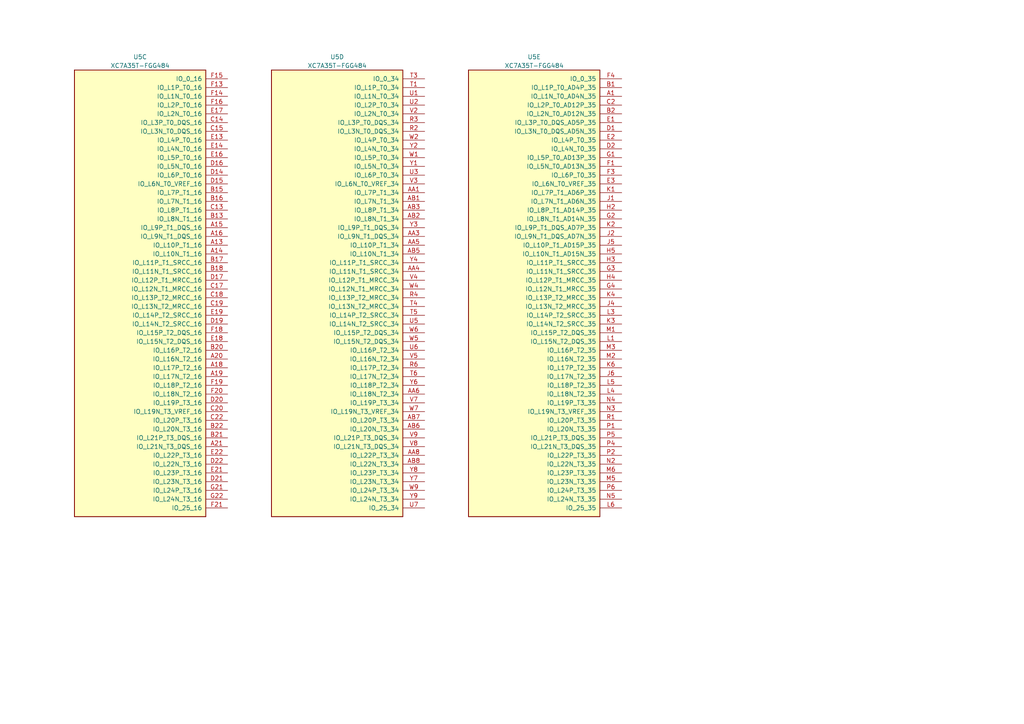
<source format=kicad_sch>
(kicad_sch (version 20250114) (generator "eeschema") (generator_version "9.0")
  (paper "A4")
  (title_block (title "RPi HwAB HAT+") (date "2025-08-23") (rev "01") (company "Andre S Winkel"))
  (lib_symbols
    (symbol "FPGA_Xilinx_Artix7:XC7A35T-FGG484" (pin_names (offset 1.016))
      (property "Reference" "U" (at -87.63 15.24 0))
      (property "Value" "XC7A35T-FGG484" (at -87.63 12.7 0))
      (symbol "XC7A35T-FGG484_1_1"
        (rectangle (start -19.05 64.77) (end 19.05 -64.77) (stroke (width 0.254)) (fill (type background)))
        (pin bidirectional line (at 25.4 62.23 180) (length 6.35) (name "IO_0_14") (number "P20"))
        (pin bidirectional line (at 25.4 59.69 180) (length 6.35) (name "IO_L1P_T0_D00_MOSI_14") (number "P22"))
        (pin bidirectional line (at 25.4 57.15 180) (length 6.35) (name "IO_L1N_T0_D01_DIN_14") (number "R22"))
        (pin bidirectional line (at 25.4 54.61 180) (length 6.35) (name "IO_L2P_T0_D02_14") (number "P21"))
        (pin bidirectional line (at 25.4 52.07 180) (length 6.35) (name "IO_L2N_T0_D03_14") (number "R21"))
        (pin bidirectional line (at 25.4 49.53 180) (length 6.35) (name "IO_L3P_T0_DQS_PUDC_B_14") (number "U22"))
        (pin bidirectional line (at 25.4 46.99 180) (length 6.35) (name "IO_L3N_T0_DQS_EMCCLK_14") (number "V22"))
        (pin bidirectional line (at 25.4 44.45 180) (length 6.35) (name "IO_L4P_T0_D04_14") (number "T21"))
        (pin bidirectional line (at 25.4 41.91 180) (length 6.35) (name "IO_L4N_T0_D05_14") (number "U21"))
        (pin bidirectional line (at 25.4 39.37 180) (length 6.35) (name "IO_L5P_T0_D06_14") (number "P19"))
        (pin bidirectional line (at 25.4 36.83 180) (length 6.35) (name "IO_L5N_T0_D07_14") (number "R19"))
        (pin bidirectional line (at 25.4 34.29 180) (length 6.35) (name "IO_L6P_T0_FCS_B_14") (number "T19"))
        (pin bidirectional line (at 25.4 31.75 180) (length 6.35) (name "IO_L6N_T0_D08_VREF_14") (number "T20"))
        (pin bidirectional line (at 25.4 29.21 180) (length 6.35) (name "IO_L7P_T1_D09_14") (number "W21"))
        (pin bidirectional line (at 25.4 26.67 180) (length 6.35) (name "IO_L7N_T1_D10_14") (number "W22"))
        (pin bidirectional line (at 25.4 24.13 180) (length 6.35) (name "IO_L8P_T1_D11_14") (number "AA20"))
        (pin bidirectional line (at 25.4 21.59 180) (length 6.35) (name "IO_L8N_T1_D12_14") (number "AA21"))
        (pin bidirectional line (at 25.4 19.05 180) (length 6.35) (name "IO_L9P_T1_DQS_14") (number "Y21"))
        (pin bidirectional line (at 25.4 16.51 180) (length 6.35) (name "IO_L9N_T1_DQS_D13_14") (number "Y22"))
        (pin bidirectional line (at 25.4 13.97 180) (length 6.35) (name "IO_L10P_T1_D14_14") (number "AB21"))
        (pin bidirectional line (at 25.4 11.43 180) (length 6.35) (name "IO_L10N_T1_D15_14") (number "AB22"))
        (pin bidirectional line (at 25.4 8.89 180) (length 6.35) (name "IO_L11P_T1_SRCC_14") (number "U20"))
        (pin bidirectional line (at 25.4 6.35 180) (length 6.35) (name "IO_L11N_T1_SRCC_14") (number "V20"))
        (pin bidirectional line (at 25.4 3.81 180) (length 6.35) (name "IO_L12P_T1_MRCC_14") (number "W19"))
        (pin bidirectional line (at 25.4 1.27 180) (length 6.35) (name "IO_L12N_T1_MRCC_14") (number "W20"))
        (pin bidirectional line (at 25.4 -1.27 180) (length 6.35) (name "IO_L13P_T2_MRCC_14") (number "Y18"))
        (pin bidirectional line (at 25.4 -3.81 180) (length 6.35) (name "IO_L13N_T2_MRCC_14") (number "Y19"))
        (pin bidirectional line (at 25.4 -6.35 180) (length 6.35) (name "IO_L14P_T2_SRCC_14") (number "V18"))
        (pin bidirectional line (at 25.4 -8.89 180) (length 6.35) (name "IO_L14N_T2_SRCC_14") (number "V19"))
        (pin bidirectional line (at 25.4 -11.43 180) (length 6.35) (name "IO_L15P_T2_DQS_RDWR_B_14") (number "AA19"))
        (pin bidirectional line (at 25.4 -13.97 180) (length 6.35) (name "IO_L15N_T2_DQS_DOUT_CSO_B_14") (number "AB20"))
        (pin bidirectional line (at 25.4 -16.51 180) (length 6.35) (name "IO_L16P_T2_CSI_B_14") (number "V17"))
        (pin bidirectional line (at 25.4 -19.05 180) (length 6.35) (name "IO_L16N_T2_A15_D31_14") (number "W17"))
        (pin bidirectional line (at 25.4 -21.59 180) (length 6.35) (name "IO_L17P_T2_A14_D30_14") (number "AA18"))
        (pin bidirectional line (at 25.4 -24.13 180) (length 6.35) (name "IO_L17N_T2_A13_D29_14") (number "AB18"))
        (pin bidirectional line (at 25.4 -26.67 180) (length 6.35) (name "IO_L18P_T2_A12_D28_14") (number "U17"))
        (pin bidirectional line (at 25.4 -29.21 180) (length 6.35) (name "IO_L18N_T2_A11_D27_14") (number "U18"))
        (pin bidirectional line (at 25.4 -31.75 180) (length 6.35) (name "IO_L19P_T3_A10_D26_14") (number "P14"))
        (pin bidirectional line (at 25.4 -34.29 180) (length 6.35) (name "IO_L19N_T3_A09_D25_VREF_14") (number "R14"))
        (pin bidirectional line (at 25.4 -36.83 180) (length 6.35) (name "IO_L20P_T3_A08_D24_14") (number "R18"))
        (pin bidirectional line (at 25.4 -39.37 180) (length 6.35) (name "IO_L20N_T3_A07_D23_14") (number "T18"))
        (pin bidirectional line (at 25.4 -41.91 180) (length 6.35) (name "IO_L21P_T3_DQS_14") (number "N17"))
        (pin bidirectional line (at 25.4 -44.45 180) (length 6.35) (name "IO_L21N_T3_DQS_A06_D22_14") (number "P17"))
        (pin bidirectional line (at 25.4 -46.99 180) (length 6.35) (name "IO_L22P_T3_A05_D21_14") (number "P15"))
        (pin bidirectional line (at 25.4 -49.53 180) (length 6.35) (name "IO_L22N_T3_A04_D20_14") (number "R16"))
        (pin bidirectional line (at 25.4 -52.07 180) (length 6.35) (name "IO_L23P_T3_A03_D19_14") (number "N13"))
        (pin bidirectional line (at 25.4 -54.61 180) (length 6.35) (name "IO_L23N_T3_A02_D18_14") (number "N14"))
        (pin bidirectional line (at 25.4 -57.15 180) (length 6.35) (name "IO_L24P_T3_A01_D17_14") (number "P16"))
        (pin bidirectional line (at 25.4 -59.69 180) (length 6.35) (name "IO_L24N_T3_A00_D16_14") (number "R17"))
        (pin bidirectional line (at 25.4 -62.23 180) (length 6.35) (name "IO_25_14") (number "N15"))
      )
      (symbol "XC7A35T-FGG484_2_1"
        (rectangle (start -19.05 64.77) (end 19.05 -64.77) (stroke (width 0.254)) (fill (type background)))
        (pin bidirectional line (at 25.4 62.23 180) (length 6.35) (name "IO_0_15") (number "J16"))
        (pin bidirectional line (at 25.4 59.69 180) (length 6.35) (name "IO_L1P_T0_AD0P_15") (number "H13"))
        (pin bidirectional line (at 25.4 57.15 180) (length 6.35) (name "IO_L1N_T0_AD0N_15") (number "G13"))
        (pin bidirectional line (at 25.4 54.61 180) (length 6.35) (name "IO_L2P_T0_AD8P_15") (number "G15"))
        (pin bidirectional line (at 25.4 52.07 180) (length 6.35) (name "IO_L2N_T0_AD8N_15") (number "G16"))
        (pin bidirectional line (at 25.4 49.53 180) (length 6.35) (name "IO_L3P_T0_DQS_AD1P_15") (number "J14"))
        (pin bidirectional line (at 25.4 46.99 180) (length 6.35) (name "IO_L3N_T0_DQS_AD1N_15") (number "H14"))
        (pin bidirectional line (at 25.4 44.45 180) (length 6.35) (name "IO_L4P_T0_15") (number "G17"))
        (pin bidirectional line (at 25.4 41.91 180) (length 6.35) (name "IO_L4N_T0_15") (number "G18"))
        (pin bidirectional line (at 25.4 39.37 180) (length 6.35) (name "IO_L5P_T0_AD9P_15") (number "J15"))
        (pin bidirectional line (at 25.4 36.83 180) (length 6.35) (name "IO_L5N_T0_AD9N_15") (number "H15"))
        (pin bidirectional line (at 25.4 34.29 180) (length 6.35) (name "IO_L6P_T0_15") (number "H17"))
        (pin bidirectional line (at 25.4 31.75 180) (length 6.35) (name "IO_L6N_T0_VREF_15") (number "H18"))
        (pin bidirectional line (at 25.4 29.21 180) (length 6.35) (name "IO_L7P_T1_AD2P_15") (number "J22"))
        (pin bidirectional line (at 25.4 26.67 180) (length 6.35) (name "IO_L7N_T1_AD2N_15") (number "H22"))
        (pin bidirectional line (at 25.4 24.13 180) (length 6.35) (name "IO_L8P_T1_AD10P_15") (number "H20"))
        (pin bidirectional line (at 25.4 21.59 180) (length 6.35) (name "IO_L8N_T1_AD10N_15") (number "G20"))
        (pin bidirectional line (at 25.4 19.05 180) (length 6.35) (name "IO_L9P_T1_DQS_AD3P_15") (number "K21"))
        (pin bidirectional line (at 25.4 16.51 180) (length 6.35) (name "IO_L9N_T1_DQS_AD3N_15") (number "K22"))
        (pin bidirectional line (at 25.4 13.97 180) (length 6.35) (name "IO_L10P_T1_AD11P_15") (number "M21"))
        (pin bidirectional line (at 25.4 11.43 180) (length 6.35) (name "IO_L10N_T1_AD11N_15") (number "L21"))
        (pin bidirectional line (at 25.4 8.89 180) (length 6.35) (name "IO_L11P_T1_SRCC_15") (number "J20"))
        (pin bidirectional line (at 25.4 6.35 180) (length 6.35) (name "IO_L11N_T1_SRCC_15") (number "J21"))
        (pin bidirectional line (at 25.4 3.81 180) (length 6.35) (name "IO_L12P_T1_MRCC_15") (number "J19"))
        (pin bidirectional line (at 25.4 1.27 180) (length 6.35) (name "IO_L12N_T1_MRCC_15") (number "H19"))
        (pin bidirectional line (at 25.4 -1.27 180) (length 6.35) (name "IO_L13P_T2_MRCC_15") (number "K18"))
        (pin bidirectional line (at 25.4 -3.81 180) (length 6.35) (name "IO_L13N_T2_MRCC_15") (number "K19"))
        (pin bidirectional line (at 25.4 -6.35 180) (length 6.35) (name "IO_L14P_T2_SRCC_15") (number "L19"))
        (pin bidirectional line (at 25.4 -8.89 180) (length 6.35) (name "IO_L14N_T2_SRCC_15") (number "L20"))
        (pin bidirectional line (at 25.4 -11.43 180) (length 6.35) (name "IO_L15P_T2_DQS_15") (number "N22"))
        (pin bidirectional line (at 25.4 -13.97 180) (length 6.35) (name "IO_L15N_T2_DQS_ADV_B_15") (number "M22"))
        (pin bidirectional line (at 25.4 -16.51 180) (length 6.35) (name "IO_L16P_T2_A28_15") (number "M18"))
        (pin bidirectional line (at 25.4 -19.05 180) (length 6.35) (name "IO_L16N_T2_A27_15") (number "L18"))
        (pin bidirectional line (at 25.4 -21.59 180) (length 6.35) (name "IO_L17P_T2_A26_15") (number "N18"))
        (pin bidirectional line (at 25.4 -24.13 180) (length 6.35) (name "IO_L17N_T2_A25_15") (number "N19"))
        (pin bidirectional line (at 25.4 -26.67 180) (length 6.35) (name "IO_L18P_T2_A24_15") (number "N20"))
        (pin bidirectional line (at 25.4 -29.21 180) (length 6.35) (name "IO_L18N_T2_A23_15") (number "M20"))
        (pin bidirectional line (at 25.4 -31.75 180) (length 6.35) (name "IO_L19P_T3_A22_15") (number "K13"))
        (pin bidirectional line (at 25.4 -34.29 180) (length 6.35) (name "IO_L19N_T3_A21_VREF_15") (number "K14"))
        (pin bidirectional line (at 25.4 -36.83 180) (length 6.35) (name "IO_L20P_T3_A20_15") (number "M13"))
        (pin bidirectional line (at 25.4 -39.37 180) (length 6.35) (name "IO_L20N_T3_A19_15") (number "L13"))
        (pin bidirectional line (at 25.4 -41.91 180) (length 6.35) (name "IO_L21P_T3_DQS_15") (number "K17"))
        (pin bidirectional line (at 25.4 -44.45 180) (length 6.35) (name "IO_L21N_T3_DQS_A18_15") (number "J17"))
        (pin bidirectional line (at 25.4 -46.99 180) (length 6.35) (name "IO_L22P_T3_A17_15") (number "L14"))
        (pin bidirectional line (at 25.4 -49.53 180) (length 6.35) (name "IO_L22N_T3_A16_15") (number "L15"))
        (pin bidirectional line (at 25.4 -52.07 180) (length 6.35) (name "IO_L23P_T3_FOE_B_15") (number "L16"))
        (pin bidirectional line (at 25.4 -54.61 180) (length 6.35) (name "IO_L23N_T3_FWE_B_15") (number "K16"))
        (pin bidirectional line (at 25.4 -57.15 180) (length 6.35) (name "IO_L24P_T3_RS1_15") (number "M15"))
        (pin bidirectional line (at 25.4 -59.69 180) (length 6.35) (name "IO_L24N_T3_RS0_15") (number "M16"))
        (pin bidirectional line (at 25.4 -62.23 180) (length 6.35) (name "IO_25_15") (number "M17"))
      )
      (symbol "XC7A35T-FGG484_3_1"
        (rectangle (start -19.05 64.77) (end 19.05 -64.77) (stroke (width 0.254)) (fill (type background)))
        (pin bidirectional line (at 25.4 62.23 180) (length 6.35) (name "IO_0_16") (number "F15"))
        (pin bidirectional line (at 25.4 59.69 180) (length 6.35) (name "IO_L1P_T0_16") (number "F13"))
        (pin bidirectional line (at 25.4 57.15 180) (length 6.35) (name "IO_L1N_T0_16") (number "F14"))
        (pin bidirectional line (at 25.4 54.61 180) (length 6.35) (name "IO_L2P_T0_16") (number "F16"))
        (pin bidirectional line (at 25.4 52.07 180) (length 6.35) (name "IO_L2N_T0_16") (number "E17"))
        (pin bidirectional line (at 25.4 49.53 180) (length 6.35) (name "IO_L3P_T0_DQS_16") (number "C14"))
        (pin bidirectional line (at 25.4 46.99 180) (length 6.35) (name "IO_L3N_T0_DQS_16") (number "C15"))
        (pin bidirectional line (at 25.4 44.45 180) (length 6.35) (name "IO_L4P_T0_16") (number "E13"))
        (pin bidirectional line (at 25.4 41.91 180) (length 6.35) (name "IO_L4N_T0_16") (number "E14"))
        (pin bidirectional line (at 25.4 39.37 180) (length 6.35) (name "IO_L5P_T0_16") (number "E16"))
        (pin bidirectional line (at 25.4 36.83 180) (length 6.35) (name "IO_L5N_T0_16") (number "D16"))
        (pin bidirectional line (at 25.4 34.29 180) (length 6.35) (name "IO_L6P_T0_16") (number "D14"))
        (pin bidirectional line (at 25.4 31.75 180) (length 6.35) (name "IO_L6N_T0_VREF_16") (number "D15"))
        (pin bidirectional line (at 25.4 29.21 180) (length 6.35) (name "IO_L7P_T1_16") (number "B15"))
        (pin bidirectional line (at 25.4 26.67 180) (length 6.35) (name "IO_L7N_T1_16") (number "B16"))
        (pin bidirectional line (at 25.4 24.13 180) (length 6.35) (name "IO_L8P_T1_16") (number "C13"))
        (pin bidirectional line (at 25.4 21.59 180) (length 6.35) (name "IO_L8N_T1_16") (number "B13"))
        (pin bidirectional line (at 25.4 19.05 180) (length 6.35) (name "IO_L9P_T1_DQS_16") (number "A15"))
        (pin bidirectional line (at 25.4 16.51 180) (length 6.35) (name "IO_L9N_T1_DQS_16") (number "A16"))
        (pin bidirectional line (at 25.4 13.97 180) (length 6.35) (name "IO_L10P_T1_16") (number "A13"))
        (pin bidirectional line (at 25.4 11.43 180) (length 6.35) (name "IO_L10N_T1_16") (number "A14"))
        (pin bidirectional line (at 25.4 8.89 180) (length 6.35) (name "IO_L11P_T1_SRCC_16") (number "B17"))
        (pin bidirectional line (at 25.4 6.35 180) (length 6.35) (name "IO_L11N_T1_SRCC_16") (number "B18"))
        (pin bidirectional line (at 25.4 3.81 180) (length 6.35) (name "IO_L12P_T1_MRCC_16") (number "D17"))
        (pin bidirectional line (at 25.4 1.27 180) (length 6.35) (name "IO_L12N_T1_MRCC_16") (number "C17"))
        (pin bidirectional line (at 25.4 -1.27 180) (length 6.35) (name "IO_L13P_T2_MRCC_16") (number "C18"))
        (pin bidirectional line (at 25.4 -3.81 180) (length 6.35) (name "IO_L13N_T2_MRCC_16") (number "C19"))
        (pin bidirectional line (at 25.4 -6.35 180) (length 6.35) (name "IO_L14P_T2_SRCC_16") (number "E19"))
        (pin bidirectional line (at 25.4 -8.89 180) (length 6.35) (name "IO_L14N_T2_SRCC_16") (number "D19"))
        (pin bidirectional line (at 25.4 -11.43 180) (length 6.35) (name "IO_L15P_T2_DQS_16") (number "F18"))
        (pin bidirectional line (at 25.4 -13.97 180) (length 6.35) (name "IO_L15N_T2_DQS_16") (number "E18"))
        (pin bidirectional line (at 25.4 -16.51 180) (length 6.35) (name "IO_L16P_T2_16") (number "B20"))
        (pin bidirectional line (at 25.4 -19.05 180) (length 6.35) (name "IO_L16N_T2_16") (number "A20"))
        (pin bidirectional line (at 25.4 -21.59 180) (length 6.35) (name "IO_L17P_T2_16") (number "A18"))
        (pin bidirectional line (at 25.4 -24.13 180) (length 6.35) (name "IO_L17N_T2_16") (number "A19"))
        (pin bidirectional line (at 25.4 -26.67 180) (length 6.35) (name "IO_L18P_T2_16") (number "F19"))
        (pin bidirectional line (at 25.4 -29.21 180) (length 6.35) (name "IO_L18N_T2_16") (number "F20"))
        (pin bidirectional line (at 25.4 -31.75 180) (length 6.35) (name "IO_L19P_T3_16") (number "D20"))
        (pin bidirectional line (at 25.4 -34.29 180) (length 6.35) (name "IO_L19N_T3_VREF_16") (number "C20"))
        (pin bidirectional line (at 25.4 -36.83 180) (length 6.35) (name "IO_L20P_T3_16") (number "C22"))
        (pin bidirectional line (at 25.4 -39.37 180) (length 6.35) (name "IO_L20N_T3_16") (number "B22"))
        (pin bidirectional line (at 25.4 -41.91 180) (length 6.35) (name "IO_L21P_T3_DQS_16") (number "B21"))
        (pin bidirectional line (at 25.4 -44.45 180) (length 6.35) (name "IO_L21N_T3_DQS_16") (number "A21"))
        (pin bidirectional line (at 25.4 -46.99 180) (length 6.35) (name "IO_L22P_T3_16") (number "E22"))
        (pin bidirectional line (at 25.4 -49.53 180) (length 6.35) (name "IO_L22N_T3_16") (number "D22"))
        (pin bidirectional line (at 25.4 -52.07 180) (length 6.35) (name "IO_L23P_T3_16") (number "E21"))
        (pin bidirectional line (at 25.4 -54.61 180) (length 6.35) (name "IO_L23N_T3_16") (number "D21"))
        (pin bidirectional line (at 25.4 -57.15 180) (length 6.35) (name "IO_L24P_T3_16") (number "G21"))
        (pin bidirectional line (at 25.4 -59.69 180) (length 6.35) (name "IO_L24N_T3_16") (number "G22"))
        (pin bidirectional line (at 25.4 -62.23 180) (length 6.35) (name "IO_25_16") (number "F21"))
      )
      (symbol "XC7A35T-FGG484_4_1"
        (rectangle (start -19.05 64.77) (end 19.05 -64.77) (stroke (width 0.254)) (fill (type background)))
        (pin bidirectional line (at 25.4 62.23 180) (length 6.35) (name "IO_0_34") (number "T3"))
        (pin bidirectional line (at 25.4 59.69 180) (length 6.35) (name "IO_L1P_T0_34") (number "T1"))
        (pin bidirectional line (at 25.4 57.15 180) (length 6.35) (name "IO_L1N_T0_34") (number "U1"))
        (pin bidirectional line (at 25.4 54.61 180) (length 6.35) (name "IO_L2P_T0_34") (number "U2"))
        (pin bidirectional line (at 25.4 52.07 180) (length 6.35) (name "IO_L2N_T0_34") (number "V2"))
        (pin bidirectional line (at 25.4 49.53 180) (length 6.35) (name "IO_L3P_T0_DQS_34") (number "R3"))
        (pin bidirectional line (at 25.4 46.99 180) (length 6.35) (name "IO_L3N_T0_DQS_34") (number "R2"))
        (pin bidirectional line (at 25.4 44.45 180) (length 6.35) (name "IO_L4P_T0_34") (number "W2"))
        (pin bidirectional line (at 25.4 41.91 180) (length 6.35) (name "IO_L4N_T0_34") (number "Y2"))
        (pin bidirectional line (at 25.4 39.37 180) (length 6.35) (name "IO_L5P_T0_34") (number "W1"))
        (pin bidirectional line (at 25.4 36.83 180) (length 6.35) (name "IO_L5N_T0_34") (number "Y1"))
        (pin bidirectional line (at 25.4 34.29 180) (length 6.35) (name "IO_L6P_T0_34") (number "U3"))
        (pin bidirectional line (at 25.4 31.75 180) (length 6.35) (name "IO_L6N_T0_VREF_34") (number "V3"))
        (pin bidirectional line (at 25.4 29.21 180) (length 6.35) (name "IO_L7P_T1_34") (number "AA1"))
        (pin bidirectional line (at 25.4 26.67 180) (length 6.35) (name "IO_L7N_T1_34") (number "AB1"))
        (pin bidirectional line (at 25.4 24.13 180) (length 6.35) (name "IO_L8P_T1_34") (number "AB3"))
        (pin bidirectional line (at 25.4 21.59 180) (length 6.35) (name "IO_L8N_T1_34") (number "AB2"))
        (pin bidirectional line (at 25.4 19.05 180) (length 6.35) (name "IO_L9P_T1_DQS_34") (number "Y3"))
        (pin bidirectional line (at 25.4 16.51 180) (length 6.35) (name "IO_L9N_T1_DQS_34") (number "AA3"))
        (pin bidirectional line (at 25.4 13.97 180) (length 6.35) (name "IO_L10P_T1_34") (number "AA5"))
        (pin bidirectional line (at 25.4 11.43 180) (length 6.35) (name "IO_L10N_T1_34") (number "AB5"))
        (pin bidirectional line (at 25.4 8.89 180) (length 6.35) (name "IO_L11P_T1_SRCC_34") (number "Y4"))
        (pin bidirectional line (at 25.4 6.35 180) (length 6.35) (name "IO_L11N_T1_SRCC_34") (number "AA4"))
        (pin bidirectional line (at 25.4 3.81 180) (length 6.35) (name "IO_L12P_T1_MRCC_34") (number "V4"))
        (pin bidirectional line (at 25.4 1.27 180) (length 6.35) (name "IO_L12N_T1_MRCC_34") (number "W4"))
        (pin bidirectional line (at 25.4 -1.27 180) (length 6.35) (name "IO_L13P_T2_MRCC_34") (number "R4"))
        (pin bidirectional line (at 25.4 -3.81 180) (length 6.35) (name "IO_L13N_T2_MRCC_34") (number "T4"))
        (pin bidirectional line (at 25.4 -6.35 180) (length 6.35) (name "IO_L14P_T2_SRCC_34") (number "T5"))
        (pin bidirectional line (at 25.4 -8.89 180) (length 6.35) (name "IO_L14N_T2_SRCC_34") (number "U5"))
        (pin bidirectional line (at 25.4 -11.43 180) (length 6.35) (name "IO_L15P_T2_DQS_34") (number "W6"))
        (pin bidirectional line (at 25.4 -13.97 180) (length 6.35) (name "IO_L15N_T2_DQS_34") (number "W5"))
        (pin bidirectional line (at 25.4 -16.51 180) (length 6.35) (name "IO_L16P_T2_34") (number "U6"))
        (pin bidirectional line (at 25.4 -19.05 180) (length 6.35) (name "IO_L16N_T2_34") (number "V5"))
        (pin bidirectional line (at 25.4 -21.59 180) (length 6.35) (name "IO_L17P_T2_34") (number "R6"))
        (pin bidirectional line (at 25.4 -24.13 180) (length 6.35) (name "IO_L17N_T2_34") (number "T6"))
        (pin bidirectional line (at 25.4 -26.67 180) (length 6.35) (name "IO_L18P_T2_34") (number "Y6"))
        (pin bidirectional line (at 25.4 -29.21 180) (length 6.35) (name "IO_L18N_T2_34") (number "AA6"))
        (pin bidirectional line (at 25.4 -31.75 180) (length 6.35) (name "IO_L19P_T3_34") (number "V7"))
        (pin bidirectional line (at 25.4 -34.29 180) (length 6.35) (name "IO_L19N_T3_VREF_34") (number "W7"))
        (pin bidirectional line (at 25.4 -36.83 180) (length 6.35) (name "IO_L20P_T3_34") (number "AB7"))
        (pin bidirectional line (at 25.4 -39.37 180) (length 6.35) (name "IO_L20N_T3_34") (number "AB6"))
        (pin bidirectional line (at 25.4 -41.91 180) (length 6.35) (name "IO_L21P_T3_DQS_34") (number "V9"))
        (pin bidirectional line (at 25.4 -44.45 180) (length 6.35) (name "IO_L21N_T3_DQS_34") (number "V8"))
        (pin bidirectional line (at 25.4 -46.99 180) (length 6.35) (name "IO_L22P_T3_34") (number "AA8"))
        (pin bidirectional line (at 25.4 -49.53 180) (length 6.35) (name "IO_L22N_T3_34") (number "AB8"))
        (pin bidirectional line (at 25.4 -52.07 180) (length 6.35) (name "IO_L23P_T3_34") (number "Y8"))
        (pin bidirectional line (at 25.4 -54.61 180) (length 6.35) (name "IO_L23N_T3_34") (number "Y7"))
        (pin bidirectional line (at 25.4 -57.15 180) (length 6.35) (name "IO_L24P_T3_34") (number "W9"))
        (pin bidirectional line (at 25.4 -59.69 180) (length 6.35) (name "IO_L24N_T3_34") (number "Y9"))
        (pin bidirectional line (at 25.4 -62.23 180) (length 6.35) (name "IO_25_34") (number "U7"))
      )
      (symbol "XC7A35T-FGG484_5_1"
        (rectangle (start -19.05 64.77) (end 19.05 -64.77) (stroke (width 0.254)) (fill (type background)))
        (pin bidirectional line (at 25.4 62.23 180) (length 6.35) (name "IO_0_35") (number "F4"))
        (pin bidirectional line (at 25.4 59.69 180) (length 6.35) (name "IO_L1P_T0_AD4P_35") (number "B1"))
        (pin bidirectional line (at 25.4 57.15 180) (length 6.35) (name "IO_L1N_T0_AD4N_35") (number "A1"))
        (pin bidirectional line (at 25.4 54.61 180) (length 6.35) (name "IO_L2P_T0_AD12P_35") (number "C2"))
        (pin bidirectional line (at 25.4 52.07 180) (length 6.35) (name "IO_L2N_T0_AD12N_35") (number "B2"))
        (pin bidirectional line (at 25.4 49.53 180) (length 6.35) (name "IO_L3P_T0_DQS_AD5P_35") (number "E1"))
        (pin bidirectional line (at 25.4 46.99 180) (length 6.35) (name "IO_L3N_T0_DQS_AD5N_35") (number "D1"))
        (pin bidirectional line (at 25.4 44.45 180) (length 6.35) (name "IO_L4P_T0_35") (number "E2"))
        (pin bidirectional line (at 25.4 41.91 180) (length 6.35) (name "IO_L4N_T0_35") (number "D2"))
        (pin bidirectional line (at 25.4 39.37 180) (length 6.35) (name "IO_L5P_T0_AD13P_35") (number "G1"))
        (pin bidirectional line (at 25.4 36.83 180) (length 6.35) (name "IO_L5N_T0_AD13N_35") (number "F1"))
        (pin bidirectional line (at 25.4 34.29 180) (length 6.35) (name "IO_L6P_T0_35") (number "F3"))
        (pin bidirectional line (at 25.4 31.75 180) (length 6.35) (name "IO_L6N_T0_VREF_35") (number "E3"))
        (pin bidirectional line (at 25.4 29.21 180) (length 6.35) (name "IO_L7P_T1_AD6P_35") (number "K1"))
        (pin bidirectional line (at 25.4 26.67 180) (length 6.35) (name "IO_L7N_T1_AD6N_35") (number "J1"))
        (pin bidirectional line (at 25.4 24.13 180) (length 6.35) (name "IO_L8P_T1_AD14P_35") (number "H2"))
        (pin bidirectional line (at 25.4 21.59 180) (length 6.35) (name "IO_L8N_T1_AD14N_35") (number "G2"))
        (pin bidirectional line (at 25.4 19.05 180) (length 6.35) (name "IO_L9P_T1_DQS_AD7P_35") (number "K2"))
        (pin bidirectional line (at 25.4 16.51 180) (length 6.35) (name "IO_L9N_T1_DQS_AD7N_35") (number "J2"))
        (pin bidirectional line (at 25.4 13.97 180) (length 6.35) (name "IO_L10P_T1_AD15P_35") (number "J5"))
        (pin bidirectional line (at 25.4 11.43 180) (length 6.35) (name "IO_L10N_T1_AD15N_35") (number "H5"))
        (pin bidirectional line (at 25.4 8.89 180) (length 6.35) (name "IO_L11P_T1_SRCC_35") (number "H3"))
        (pin bidirectional line (at 25.4 6.35 180) (length 6.35) (name "IO_L11N_T1_SRCC_35") (number "G3"))
        (pin bidirectional line (at 25.4 3.81 180) (length 6.35) (name "IO_L12P_T1_MRCC_35") (number "H4"))
        (pin bidirectional line (at 25.4 1.27 180) (length 6.35) (name "IO_L12N_T1_MRCC_35") (number "G4"))
        (pin bidirectional line (at 25.4 -1.27 180) (length 6.35) (name "IO_L13P_T2_MRCC_35") (number "K4"))
        (pin bidirectional line (at 25.4 -3.81 180) (length 6.35) (name "IO_L13N_T2_MRCC_35") (number "J4"))
        (pin bidirectional line (at 25.4 -6.35 180) (length 6.35) (name "IO_L14P_T2_SRCC_35") (number "L3"))
        (pin bidirectional line (at 25.4 -8.89 180) (length 6.35) (name "IO_L14N_T2_SRCC_35") (number "K3"))
        (pin bidirectional line (at 25.4 -11.43 180) (length 6.35) (name "IO_L15P_T2_DQS_35") (number "M1"))
        (pin bidirectional line (at 25.4 -13.97 180) (length 6.35) (name "IO_L15N_T2_DQS_35") (number "L1"))
        (pin bidirectional line (at 25.4 -16.51 180) (length 6.35) (name "IO_L16P_T2_35") (number "M3"))
        (pin bidirectional line (at 25.4 -19.05 180) (length 6.35) (name "IO_L16N_T2_35") (number "M2"))
        (pin bidirectional line (at 25.4 -21.59 180) (length 6.35) (name "IO_L17P_T2_35") (number "K6"))
        (pin bidirectional line (at 25.4 -24.13 180) (length 6.35) (name "IO_L17N_T2_35") (number "J6"))
        (pin bidirectional line (at 25.4 -26.67 180) (length 6.35) (name "IO_L18P_T2_35") (number "L5"))
        (pin bidirectional line (at 25.4 -29.21 180) (length 6.35) (name "IO_L18N_T2_35") (number "L4"))
        (pin bidirectional line (at 25.4 -31.75 180) (length 6.35) (name "IO_L19P_T3_35") (number "N4"))
        (pin bidirectional line (at 25.4 -34.29 180) (length 6.35) (name "IO_L19N_T3_VREF_35") (number "N3"))
        (pin bidirectional line (at 25.4 -36.83 180) (length 6.35) (name "IO_L20P_T3_35") (number "R1"))
        (pin bidirectional line (at 25.4 -39.37 180) (length 6.35) (name "IO_L20N_T3_35") (number "P1"))
        (pin bidirectional line (at 25.4 -41.91 180) (length 6.35) (name "IO_L21P_T3_DQS_35") (number "P5"))
        (pin bidirectional line (at 25.4 -44.45 180) (length 6.35) (name "IO_L21N_T3_DQS_35") (number "P4"))
        (pin bidirectional line (at 25.4 -46.99 180) (length 6.35) (name "IO_L22P_T3_35") (number "P2"))
        (pin bidirectional line (at 25.4 -49.53 180) (length 6.35) (name "IO_L22N_T3_35") (number "N2"))
        (pin bidirectional line (at 25.4 -52.07 180) (length 6.35) (name "IO_L23P_T3_35") (number "M6"))
        (pin bidirectional line (at 25.4 -54.61 180) (length 6.35) (name "IO_L23N_T3_35") (number "M5"))
        (pin bidirectional line (at 25.4 -57.15 180) (length 6.35) (name "IO_L24P_T3_35") (number "P6"))
        (pin bidirectional line (at 25.4 -59.69 180) (length 6.35) (name "IO_L24N_T3_35") (number "N5"))
        (pin bidirectional line (at 25.4 -62.23 180) (length 6.35) (name "IO_25_35") (number "L6"))
      )
      (symbol "XC7A35T-FGG484_6_1"
        (rectangle (start -12.7 29.21) (end 12.7 -29.21) (stroke (width 0.254)) (fill (type background)))
        (pin bidirectional line (at 19.05 26.67 180) (length 6.35) (name "MGTPTXP0_216") (number "B4"))
        (pin bidirectional line (at 19.05 24.13 180) (length 6.35) (name "MGTPTXN0_216") (number "A4"))
        (pin bidirectional line (at 19.05 21.59 180) (length 6.35) (name "MGTPTXP1_216") (number "D5"))
        (pin bidirectional line (at 19.05 19.05 180) (length 6.35) (name "MGTPTXN1_216") (number "C5"))
        (pin bidirectional line (at 19.05 16.51 180) (length 6.35) (name "MGTPTXP2_216") (number "B6"))
        (pin bidirectional line (at 19.05 13.97 180) (length 6.35) (name "MGTPTXN2_216") (number "A6"))
        (pin bidirectional line (at 19.05 11.43 180) (length 6.35) (name "MGTPTXP3_216") (number "D7"))
        (pin bidirectional line (at 19.05 8.89 180) (length 6.35) (name "MGTPTXN3_216") (number "C7"))
        (pin bidirectional line (at 19.05 3.81 180) (length 6.35) (name "MGTPRXP0_216") (number "B8"))
        (pin bidirectional line (at 19.05 1.27 180) (length 6.35) (name "MGTPRXN0_216") (number "A8"))
        (pin bidirectional line (at 19.05 -1.27 180) (length 6.35) (name "MGTPRXP1_216") (number "D11"))
        (pin bidirectional line (at 19.05 -3.81 180) (length 6.35) (name "MGTPRXN1_216") (number "C11"))
        (pin bidirectional line (at 19.05 -6.35 180) (length 6.35) (name "MGTPRXP2_216") (number "B10"))
        (pin bidirectional line (at 19.05 -8.89 180) (length 6.35) (name "MGTPRXN2_216") (number "A10"))
        (pin bidirectional line (at 19.05 -11.43 180) (length 6.35) (name "MGTPRXP3_216") (number "D9"))
        (pin bidirectional line (at 19.05 -13.97 180) (length 6.35) (name "MGTPRXN3_216") (number "C9"))
        (pin bidirectional line (at 19.05 -19.05 180) (length 6.35) (name "MGTREFCLK0P_216") (number "F6"))
        (pin bidirectional line (at 19.05 -21.59 180) (length 6.35) (name "MGTREFCLK0N_216") (number "E6"))
        (pin bidirectional line (at 19.05 -24.13 180) (length 6.35) (name "MGTREFCLK1P_216") (number "F10"))
        (pin bidirectional line (at 19.05 -26.67 180) (length 6.35) (name "MGTREFCLK1N_216") (number "E10"))
      )
      (symbol "XC7A35T-FGG484_7_1"
        (rectangle (start -13.97 11.43) (end 13.97 -11.43) (stroke (width 0.254)) (fill (type background)))
        (pin power_in line (at -20.32 8.89 0) (length 6.35) (name "MGTAVCC") (number "D6"))
        (pin power_in line (at -20.32 6.35 0) (length 6.35) (name "MGTAVCC") (number "D10"))
        (pin power_in line (at -20.32 3.81 0) (length 6.35) (name "MGTAVCC") (number "F7"))
        (pin power_in line (at -20.32 1.27 0) (length 6.35) (name "MGTAVCC") (number "F9"))
        (pin power_in line (at -20.32 -1.27 0) (length 6.35) (name "MGTAVCC") (number "E8"))
        (pin power_in line (at 20.32 8.89 180) (length 6.35) (name "MGTAVTT") (number "B5"))
        (pin power_in line (at 20.32 6.35 180) (length 6.35) (name "MGTAVTT") (number "B7"))
        (pin power_in line (at 20.32 3.81 180) (length 6.35) (name "MGTAVTT") (number "B9"))
        (pin power_in line (at 20.32 1.27 180) (length 6.35) (name "MGTAVTT") (number "B11"))
        (pin power_in line (at 20.32 -1.27 180) (length 6.35) (name "MGTAVTT") (number "C4"))
        (pin power_in line (at 20.32 -3.81 180) (length 6.35) (name "MGTAVTT") (number "C8"))
        (pin power_in line (at 20.32 -8.89 180) (length 6.35) (name "MGTRREF_216") (number "F8"))
      )
      (symbol "XC7A35T-FGG484_8_1"
        (rectangle (start -10.16 31.75) (end 10.16 -31.75) (stroke (width 0.254)) (fill (type background)))
        (pin bidirectional line (at 16.51 29.21 180) (length 6.35) (name "TDI_0") (number "R13"))
        (pin bidirectional line (at 16.51 26.67 180) (length 6.35) (name "TDO_0") (number "U13"))
        (pin bidirectional line (at 16.51 24.13 180) (length 6.35) (name "TMS_0") (number "T13"))
        (pin bidirectional line (at 16.51 21.59 180) (length 6.35) (name "TCK_0") (number "V12"))
        (pin bidirectional line (at 16.51 16.51 180) (length 6.35) (name "CCLK_0") (number "L12"))
        (pin bidirectional line (at 16.51 13.97 180) (length 6.35) (name "M0_0") (number "U11"))
        (pin bidirectional line (at 16.51 11.43 180) (length 6.35) (name "M1_0") (number "U10"))
        (pin bidirectional line (at 16.51 8.89 180) (length 6.35) (name "M2_0") (number "U9"))
        (pin bidirectional line (at 16.51 3.81 180) (length 6.35) (name "DONE_0") (number "G11"))
        (pin bidirectional line (at 16.51 1.27 180) (length 6.35) (name "INIT_B_0") (number "U12"))
        (pin bidirectional line (at 16.51 -1.27 180) (length 6.35) (name "PROGRAM_B_0") (number "N12"))
        (pin bidirectional line (at 16.51 -6.35 180) (length 6.35) (name "CFGBVS_0") (number "U8"))
        (pin bidirectional line (at 16.51 -11.43 180) (length 6.35) (name "VP_0") (number "L10"))
        (pin bidirectional line (at 16.51 -13.97 180) (length 6.35) (name "VN_0") (number "M9"))
        (pin bidirectional line (at 16.51 -19.05 180) (length 6.35) (name "VREFP_0") (number "M10"))
        (pin bidirectional line (at 16.51 -21.59 180) (length 6.35) (name "VREFN_0") (number "L9"))
        (pin bidirectional line (at 16.51 -26.67 180) (length 6.35) (name "DXP_0") (number "N10"))
        (pin bidirectional line (at 16.51 -29.21 180) (length 6.35) (name "DXN_0") (number "N9"))
      )
      (symbol "XC7A35T-FGG484_9_1"
        (rectangle (start -19.05 76.2) (end 19.05 -76.2) (stroke (width 0.254)) (fill (type background)))
        (pin power_in line (at -25.4 73.66 0) (length 6.35) (name "VCCAUX") (number "H12"))
        (pin power_in line (at -25.4 71.12 0) (length 6.35) (name "VCCAUX") (number "K12"))
        (pin power_in line (at -25.4 68.58 0) (length 6.35) (name "VCCAUX") (number "M12"))
        (pin power_in line (at -25.4 66.04 0) (length 6.35) (name "VCCAUX") (number "P12"))
        (pin power_in line (at -25.4 63.5 0) (length 6.35) (name "VCCAUX") (number "R11"))
        (pin power_in line (at -25.4 58.42 0) (length 6.35) (name "GNDADC_0") (number "K9"))
        (pin power_in line (at -25.4 55.88 0) (length 6.35) (name "VCCADC_0") (number "K10"))
        (pin power_in line (at -25.4 53.34 0) (length 6.35) (name "VCCBATT_0") (number "E12"))
        (pin power_in line (at -25.4 50.8 0) (length 6.35) (name "VCCBRAM") (number "J11"))
        (pin power_in line (at -25.4 48.26 0) (length 6.35) (name "VCCBRAM") (number "L11"))
        (pin power_in line (at -25.4 45.72 0) (length 6.35) (name "VCCBRAM") (number "N11"))
        (pin power_in line (at -25.4 35.56 0) (length 6.35) (name "GND") (number "A2"))
        (pin power_in line (at -25.4 33.02 0) (length 6.35) (name "GND") (number "A3"))
        (pin power_in line (at -25.4 30.48 0) (length 6.35) (name "GND") (number "A5"))
        (pin power_in line (at -25.4 27.94 0) (length 6.35) (name "GND") (number "A7"))
        (pin power_in line (at -25.4 25.4 0) (length 6.35) (name "GND") (number "A9"))
        (pin power_in line (at -25.4 22.86 0) (length 6.35) (name "GND") (number "A11"))
        (pin power_in line (at -25.4 20.32 0) (length 6.35) (name "GND") (number "A12"))
        (pin power_in line (at -25.4 17.78 0) (length 6.35) (name "GND") (number "A22"))
        (pin power_in line (at -25.4 15.24 0) (length 6.35) (name "GND") (number "B3"))
        (pin power_in line (at -25.4 12.7 0) (length 6.35) (name "GND") (number "B12"))
        (pin power_in line (at -25.4 10.16 0) (length 6.35) (name "GND") (number "B19"))
        (pin power_in line (at -25.4 7.62 0) (length 6.35) (name "GND") (number "C3"))
        (pin power_in line (at -25.4 5.08 0) (length 6.35) (name "GND") (number "C6"))
        (pin power_in line (at -25.4 2.54 0) (length 6.35) (name "GND") (number "C10"))
        (pin power_in line (at -25.4 0 0) (length 6.35) (name "GND") (number "C12"))
        (pin power_in line (at -25.4 -2.54 0) (length 6.35) (name "GND") (number "C16"))
        (pin power_in line (at -25.4 -5.08 0) (length 6.35) (name "GND") (number "D3"))
        (pin power_in line (at -25.4 -7.62 0) (length 6.35) (name "GND") (number "D4"))
        (pin power_in line (at -25.4 -10.16 0) (length 6.35) (name "GND") (number "D8"))
        (pin power_in line (at -25.4 -12.7 0) (length 6.35) (name "GND") (number "D12"))
        (pin power_in line (at -25.4 -15.24 0) (length 6.35) (name "GND") (number "D13"))
        (pin power_in line (at -25.4 -17.78 0) (length 6.35) (name "GND") (number "E4"))
        (pin power_in line (at -25.4 -20.32 0) (length 6.35) (name "GND") (number "E5"))
        (pin power_in line (at -25.4 -22.86 0) (length 6.35) (name "GND") (number "E7"))
        (pin power_in line (at -25.4 -25.4 0) (length 6.35) (name "GND") (number "E9"))
        (pin power_in line (at -25.4 -27.94 0) (length 6.35) (name "GND") (number "E11"))
        (pin power_in line (at -25.4 -30.48 0) (length 6.35) (name "GND") (number "E20"))
        (pin power_in line (at -25.4 -33.02 0) (length 6.35) (name "GND") (number "F5"))
        (pin power_in line (at -25.4 -35.56 0) (length 6.35) (name "GND") (number "F11"))
        (pin power_in line (at -25.4 -38.1 0) (length 6.35) (name "GND") (number "F17"))
        (pin power_in line (at -25.4 -40.64 0) (length 6.35) (name "GND") (number "G5"))
        (pin power_in line (at -25.4 -43.18 0) (length 6.35) (name "GND") (number "G6"))
        (pin power_in line (at -25.4 -45.72 0) (length 6.35) (name "GND") (number "G7"))
        (pin power_in line (at -25.4 -48.26 0) (length 6.35) (name "GND") (number "G8"))
        (pin power_in line (at -25.4 -50.8 0) (length 6.35) (name "GND") (number "G9"))
        (pin power_in line (at -25.4 -53.34 0) (length 6.35) (name "GND") (number "G10"))
        (pin power_in line (at -25.4 -55.88 0) (length 6.35) (name "GND") (number "G12"))
        (pin power_in line (at -25.4 -58.42 0) (length 6.35) (name "GND") (number "G14"))
        (pin power_in line (at -25.4 -60.96 0) (length 6.35) (name "GND") (number "H1"))
        (pin power_in line (at -25.4 -63.5 0) (length 6.35) (name "GND") (number "H7"))
        (pin power_in line (at -25.4 -66.04 0) (length 6.35) (name "GND") (number "H9"))
        (pin power_in line (at -25.4 -68.58 0) (length 6.35) (name "GND") (number "H11"))
        (pin power_in line (at -25.4 -71.12 0) (length 6.35) (name "GND") (number "H21"))
        (pin power_in line (at -25.4 -73.66 0) (length 6.35) (name "GND") (number "J8"))
        (pin power_in line (at 25.4 73.66 180) (length 6.35) (name "VCCINT") (number "H8"))
        (pin power_in line (at 25.4 71.12 180) (length 6.35) (name "VCCINT") (number "H10"))
        (pin power_in line (at 25.4 68.58 180) (length 6.35) (name "VCCINT") (number "J7"))
        (pin power_in line (at 25.4 66.04 180) (length 6.35) (name "VCCINT") (number "J9"))
        (pin power_in line (at 25.4 63.5 180) (length 6.35) (name "VCCINT") (number "K8"))
        (pin power_in line (at 25.4 60.96 180) (length 6.35) (name "VCCINT") (number "L7"))
        (pin power_in line (at 25.4 58.42 180) (length 6.35) (name "VCCINT") (number "M8"))
        (pin power_in line (at 25.4 55.88 180) (length 6.35) (name "VCCINT") (number "N7"))
        (pin power_in line (at 25.4 53.34 180) (length 6.35) (name "VCCINT") (number "P8"))
        (pin power_in line (at 25.4 50.8 180) (length 6.35) (name "VCCINT") (number "P10"))
        (pin power_in line (at 25.4 48.26 180) (length 6.35) (name "VCCINT") (number "R7"))
        (pin power_in line (at 25.4 45.72 180) (length 6.35) (name "VCCINT") (number "R9"))
        (pin power_in line (at 25.4 43.18 180) (length 6.35) (name "VCCINT") (number "T8"))
        (pin power_in line (at 25.4 40.64 180) (length 6.35) (name "VCCINT") (number "T10"))
        (pin power_in line (at 25.4 33.02 180) (length 6.35) (name "GND") (number "J10"))
        (pin power_in line (at 25.4 30.48 180) (length 6.35) (name "GND") (number "J12"))
        (pin power_in line (at 25.4 27.94 180) (length 6.35) (name "GND") (number "J18"))
        (pin power_in line (at 25.4 25.4 180) (length 6.35) (name "GND") (number "K5"))
        (pin power_in line (at 25.4 22.86 180) (length 6.35) (name "GND") (number "K7"))
        (pin power_in line (at 25.4 20.32 180) (length 6.35) (name "GND") (number "K11"))
        (pin power_in line (at 25.4 17.78 180) (length 6.35) (name "GND") (number "K15"))
        (pin power_in line (at 25.4 15.24 180) (length 6.35) (name "GND") (number "L2"))
        (pin power_in line (at 25.4 12.7 180) (length 6.35) (name "GND") (number "L8"))
        (pin power_in line (at 25.4 10.16 180) (length 6.35) (name "GND") (number "L22"))
        (pin power_in line (at 25.4 7.62 180) (length 6.35) (name "GND") (number "M7"))
        (pin power_in line (at 25.4 5.08 180) (length 6.35) (name "GND") (number "M11"))
        (pin power_in line (at 25.4 2.54 180) (length 6.35) (name "GND") (number "M19"))
        (pin power_in line (at 25.4 0 180) (length 6.35) (name "GND") (number "N6"))
        (pin power_in line (at 25.4 -2.54 180) (length 6.35) (name "GND") (number "N8"))
        (pin power_in line (at 25.4 -5.08 180) (length 6.35) (name "GND") (number "N16"))
        (pin power_in line (at 25.4 -7.62 180) (length 6.35) (name "GND") (number "P3"))
        (pin power_in line (at 25.4 -10.16 180) (length 6.35) (name "GND") (number "P7"))
        (pin power_in line (at 25.4 -12.7 180) (length 6.35) (name "GND") (number "P9"))
        (pin power_in line (at 25.4 -15.24 180) (length 6.35) (name "GND") (number "P11"))
        (pin power_in line (at 25.4 -17.78 180) (length 6.35) (name "GND") (number "P13"))
        (pin power_in line (at 25.4 -20.32 180) (length 6.35) (name "GND") (number "R8"))
        (pin power_in line (at 25.4 -22.86 180) (length 6.35) (name "GND") (number "R10"))
        (pin power_in line (at 25.4 -25.4 180) (length 6.35) (name "GND") (number "R12"))
        (pin power_in line (at 25.4 -27.94 180) (length 6.35) (name "GND") (number "R20"))
        (pin power_in line (at 25.4 -30.48 180) (length 6.35) (name "GND") (number "T7"))
        (pin power_in line (at 25.4 -33.02 180) (length 6.35) (name "GND") (number "T9"))
        (pin power_in line (at 25.4 -35.56 180) (length 6.35) (name "GND") (number "T11"))
        (pin power_in line (at 25.4 -38.1 180) (length 6.35) (name "GND") (number "T17"))
        (pin power_in line (at 25.4 -40.64 180) (length 6.35) (name "GND") (number "U4"))
        (pin power_in line (at 25.4 -43.18 180) (length 6.35) (name "GND") (number "U14"))
        (pin power_in line (at 25.4 -45.72 180) (length 6.35) (name "GND") (number "V1"))
        (pin power_in line (at 25.4 -48.26 180) (length 6.35) (name "GND") (number "V11"))
        (pin power_in line (at 25.4 -50.8 180) (length 6.35) (name "GND") (number "V21"))
        (pin power_in line (at 25.4 -53.34 180) (length 6.35) (name "GND") (number "W8"))
        (pin power_in line (at 25.4 -55.88 180) (length 6.35) (name "GND") (number "W18"))
        (pin power_in line (at 25.4 -58.42 180) (length 6.35) (name "GND") (number "Y5"))
        (pin power_in line (at 25.4 -60.96 180) (length 6.35) (name "GND") (number "Y15"))
        (pin power_in line (at 25.4 -63.5 180) (length 6.35) (name "GND") (number "AA2"))
        (pin power_in line (at 25.4 -66.04 180) (length 6.35) (name "GND") (number "AA12"))
        (pin power_in line (at 25.4 -68.58 180) (length 6.35) (name "GND") (number "AA22"))
        (pin power_in line (at 25.4 -71.12 180) (length 6.35) (name "GND") (number "AB9"))
        (pin power_in line (at 25.4 -73.66 180) (length 6.35) (name "GND") (number "AB19"))
      )
      (symbol "XC7A35T-FGG484_10_1"
        (rectangle (start -11.43 52.07) (end 11.43 -52.07) (stroke (width 0.254)) (fill (type background)))
        (pin power_in line (at 17.78 49.53 180) (length 6.35) (name "VCCO_0") (number "F12"))
        (pin power_in line (at 17.78 46.99 180) (length 6.35) (name "VCCO_0") (number "T12"))
        (pin power_in line (at 17.78 43.18 180) (length 6.35) (name "VCCO_13") (number "AA17"))
        (pin power_in line (at 17.78 40.64 180) (length 6.35) (name "VCCO_13") (number "AB14"))
        (pin power_in line (at 17.78 38.1 180) (length 6.35) (name "VCCO_13") (number "V16"))
        (pin power_in line (at 17.78 35.56 180) (length 6.35) (name "VCCO_13") (number "W13"))
        (pin power_in line (at 17.78 33.02 180) (length 6.35) (name "VCCO_13") (number "Y10"))
        (pin power_in line (at 17.78 29.21 180) (length 6.35) (name "VCCO_14") (number "M14"))
        (pin power_in line (at 17.78 26.67 180) (length 6.35) (name "VCCO_14") (number "P18"))
        (pin power_in line (at 17.78 24.13 180) (length 6.35) (name "VCCO_14") (number "R15"))
        (pin power_in line (at 17.78 21.59 180) (length 6.35) (name "VCCO_14") (number "T22"))
        (pin power_in line (at 17.78 19.05 180) (length 6.35) (name "VCCO_14") (number "U19"))
        (pin power_in line (at 17.78 16.51 180) (length 6.35) (name "VCCO_14") (number "Y20"))
        (pin power_in line (at 17.78 12.7 180) (length 6.35) (name "VCCO_15") (number "G19"))
        (pin power_in line (at 17.78 10.16 180) (length 6.35) (name "VCCO_15") (number "H16"))
        (pin power_in line (at 17.78 7.62 180) (length 6.35) (name "VCCO_15") (number "J13"))
        (pin power_in line (at 17.78 5.08 180) (length 6.35) (name "VCCO_15") (number "K20"))
        (pin power_in line (at 17.78 2.54 180) (length 6.35) (name "VCCO_15") (number "L17"))
        (pin power_in line (at 17.78 0 180) (length 6.35) (name "VCCO_15") (number "N21"))
        (pin power_in line (at 17.78 -3.81 180) (length 6.35) (name "VCCO_16") (number "A17"))
        (pin power_in line (at 17.78 -6.35 180) (length 6.35) (name "VCCO_16") (number "B14"))
        (pin power_in line (at 17.78 -8.89 180) (length 6.35) (name "VCCO_16") (number "C21"))
        (pin power_in line (at 17.78 -11.43 180) (length 6.35) (name "VCCO_16") (number "D18"))
        (pin power_in line (at 17.78 -13.97 180) (length 6.35) (name "VCCO_16") (number "E15"))
        (pin power_in line (at 17.78 -16.51 180) (length 6.35) (name "VCCO_16") (number "F22"))
        (pin power_in line (at 17.78 -20.32 180) (length 6.35) (name "VCCO_34") (number "AA7"))
        (pin power_in line (at 17.78 -22.86 180) (length 6.35) (name "VCCO_34") (number "AB4"))
        (pin power_in line (at 17.78 -25.4 180) (length 6.35) (name "VCCO_34") (number "R5"))
        (pin power_in line (at 17.78 -27.94 180) (length 6.35) (name "VCCO_34") (number "T2"))
        (pin power_in line (at 17.78 -30.48 180) (length 6.35) (name "VCCO_34") (number "V6"))
        (pin power_in line (at 17.78 -33.02 180) (length 6.35) (name "VCCO_34") (number "W3"))
        (pin power_in line (at 17.78 -36.83 180) (length 6.35) (name "VCCO_35") (number "C1"))
        (pin power_in line (at 17.78 -39.37 180) (length 6.35) (name "VCCO_35") (number "F2"))
        (pin power_in line (at 17.78 -41.91 180) (length 6.35) (name "VCCO_35") (number "H6"))
        (pin power_in line (at 17.78 -44.45 180) (length 6.35) (name "VCCO_35") (number "J3"))
        (pin power_in line (at 17.78 -46.99 180) (length 6.35) (name "VCCO_35") (number "M4"))
        (pin power_in line (at 17.78 -49.53 180) (length 6.35) (name "VCCO_35") (number "N1"))
      )
    )
  )
  (symbol (lib_id "FPGA_Xilinx_Artix7:XC7A35T-FGG484") (at 154.94 85.09 0) (unit 5)
    (property "Reference" "U5" (at 154.94 16.51 0))
    (property "Value" "XC7A35T-FGG484" (at 154.94 19.05 0))
    (property "Footprint" "Package_BGA:Xilinx_FGG484" (effects (hide yes)))
    (property "Datasheet" "https://docs.amd.com/v/u/en-US/ds181_Artix_7_Data_Sheet" (effects (hide yes)))
    (property "Description" "XC7A35T-FGG484" (effects (hide yes)))
  )
  (symbol (lib_id "FPGA_Xilinx_Artix7:XC7A35T-FGG484") (at 40.64 85.09 0) (unit 3)
    (property "Reference" "U5" (at 40.64 16.51 0))
    (property "Value" "XC7A35T-FGG484" (at 40.64 19.05 0))
    (property "Footprint" "Package_BGA:Xilinx_FGG484" (effects (hide yes)))
    (property "Datasheet" "https://docs.amd.com/v/u/en-US/ds181_Artix_7_Data_Sheet" (effects (hide yes)))
    (property "Description" "XC7A35T-FGG484" (effects (hide yes)))
  )
  (symbol (lib_id "FPGA_Xilinx_Artix7:XC7A35T-FGG484") (at 97.79 85.09 0) (unit 4)
    (property "Reference" "U5" (at 97.79 16.51 0))
    (property "Value" "XC7A35T-FGG484" (at 97.79 19.05 0))
    (property "Footprint" "Package_BGA:Xilinx_FGG484" (effects (hide yes)))
    (property "Datasheet" "https://docs.amd.com/v/u/en-US/ds181_Artix_7_Data_Sheet" (effects (hide yes)))
    (property "Description" "XC7A35T-FGG484" (effects (hide yes)))
  )
)
</source>
